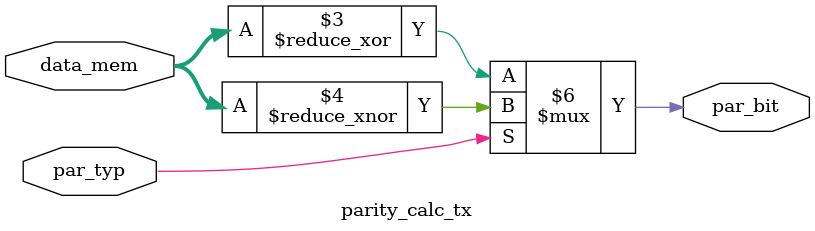
<source format=v>
module parity_calc_tx (
    input wire par_typ,
    input wire [7:0] data_mem, /// we will join this with the memory in the serializer
    output reg par_bit
);

always @(*) begin
    if(par_typ==0)
    begin
        par_bit=^data_mem;
    end
    else
    begin
        par_bit=~^data_mem;
    end
end
    
endmodule
</source>
